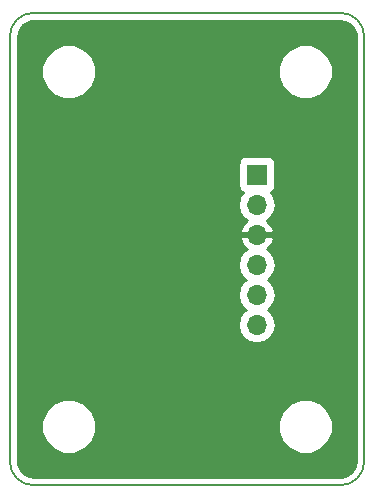
<source format=gbr>
G04 #@! TF.GenerationSoftware,KiCad,Pcbnew,5.0.1-33cea8e~68~ubuntu18.10.1*
G04 #@! TF.CreationDate,2018-11-26T23:37:03+02:00*
G04 #@! TF.ProjectId,PIC-ICSP-504050,5049432D494353502D3530343035302E,v1.0*
G04 #@! TF.SameCoordinates,Original*
G04 #@! TF.FileFunction,Copper,L2,Bot,Signal*
G04 #@! TF.FilePolarity,Positive*
%FSLAX46Y46*%
G04 Gerber Fmt 4.6, Leading zero omitted, Abs format (unit mm)*
G04 Created by KiCad (PCBNEW 5.0.1-33cea8e~68~ubuntu18.10.1) date ma 26. marraskuuta 2018 23.37.03*
%MOMM*%
%LPD*%
G01*
G04 APERTURE LIST*
G04 #@! TA.AperFunction,NonConductor*
%ADD10C,0.150000*%
G04 #@! TD*
G04 #@! TA.AperFunction,ComponentPad*
%ADD11R,1.700000X1.700000*%
G04 #@! TD*
G04 #@! TA.AperFunction,ComponentPad*
%ADD12O,1.700000X1.700000*%
G04 #@! TD*
G04 #@! TA.AperFunction,Conductor*
%ADD13C,0.254000*%
G04 #@! TD*
G04 APERTURE END LIST*
D10*
X78000000Y-50000000D02*
G75*
G02X80000000Y-52000000I0J-2000000D01*
G01*
X80000000Y-88000000D02*
G75*
G02X78000000Y-90000000I-2000000J0D01*
G01*
X52000000Y-90000000D02*
G75*
G02X50000000Y-88000000I0J2000000D01*
G01*
X50000000Y-52000000D02*
G75*
G02X52000000Y-50000000I2000000J0D01*
G01*
X50000000Y-88000000D02*
X50000000Y-52000000D01*
X52000000Y-90000000D02*
X78000000Y-90000000D01*
X80000000Y-52000000D02*
X80000000Y-88000000D01*
X52000000Y-50000000D02*
X78000000Y-50000000D01*
D11*
G04 #@! TO.P,J2,1*
G04 #@! TO.N,/VPP*
X70900000Y-63700000D03*
D12*
G04 #@! TO.P,J2,2*
G04 #@! TO.N,/VDD*
X70900000Y-66240000D03*
G04 #@! TO.P,J2,3*
G04 #@! TO.N,GND*
X70900000Y-68780000D03*
G04 #@! TO.P,J2,4*
G04 #@! TO.N,/PGD*
X70900000Y-71320000D03*
G04 #@! TO.P,J2,5*
G04 #@! TO.N,/PGC*
X70900000Y-73860000D03*
G04 #@! TO.P,J2,6*
G04 #@! TO.N,Net-(J2-Pad6)*
X70900000Y-76400000D03*
G04 #@! TD*
D13*
G04 #@! TO.N,GND*
G36*
X78360027Y-50768803D02*
X78691110Y-50919338D01*
X78966639Y-51156749D01*
X79164456Y-51461944D01*
X79275700Y-51833917D01*
X79290000Y-52026348D01*
X79290001Y-87949413D01*
X79231197Y-88360027D01*
X79080661Y-88691112D01*
X78843251Y-88966639D01*
X78538056Y-89164456D01*
X78166083Y-89275700D01*
X77973652Y-89290000D01*
X52050580Y-89290000D01*
X51639973Y-89231197D01*
X51308888Y-89080661D01*
X51033361Y-88843251D01*
X50835544Y-88538056D01*
X50724300Y-88166083D01*
X50710000Y-87973652D01*
X50710000Y-84537131D01*
X52673000Y-84537131D01*
X52673000Y-85462869D01*
X53027264Y-86318140D01*
X53681860Y-86972736D01*
X54537131Y-87327000D01*
X55462869Y-87327000D01*
X56318140Y-86972736D01*
X56972736Y-86318140D01*
X57327000Y-85462869D01*
X57327000Y-84537131D01*
X72673000Y-84537131D01*
X72673000Y-85462869D01*
X73027264Y-86318140D01*
X73681860Y-86972736D01*
X74537131Y-87327000D01*
X75462869Y-87327000D01*
X76318140Y-86972736D01*
X76972736Y-86318140D01*
X77327000Y-85462869D01*
X77327000Y-84537131D01*
X76972736Y-83681860D01*
X76318140Y-83027264D01*
X75462869Y-82673000D01*
X74537131Y-82673000D01*
X73681860Y-83027264D01*
X73027264Y-83681860D01*
X72673000Y-84537131D01*
X57327000Y-84537131D01*
X56972736Y-83681860D01*
X56318140Y-83027264D01*
X55462869Y-82673000D01*
X54537131Y-82673000D01*
X53681860Y-83027264D01*
X53027264Y-83681860D01*
X52673000Y-84537131D01*
X50710000Y-84537131D01*
X50710000Y-71320000D01*
X69292105Y-71320000D01*
X69414499Y-71935315D01*
X69763047Y-72456953D01*
X69962166Y-72590000D01*
X69763047Y-72723047D01*
X69414499Y-73244685D01*
X69292105Y-73860000D01*
X69414499Y-74475315D01*
X69763047Y-74996953D01*
X69962166Y-75130000D01*
X69763047Y-75263047D01*
X69414499Y-75784685D01*
X69292105Y-76400000D01*
X69414499Y-77015315D01*
X69763047Y-77536953D01*
X70284685Y-77885501D01*
X70744681Y-77977000D01*
X71055319Y-77977000D01*
X71515315Y-77885501D01*
X72036953Y-77536953D01*
X72385501Y-77015315D01*
X72507895Y-76400000D01*
X72385501Y-75784685D01*
X72036953Y-75263047D01*
X71837834Y-75130000D01*
X72036953Y-74996953D01*
X72385501Y-74475315D01*
X72507895Y-73860000D01*
X72385501Y-73244685D01*
X72036953Y-72723047D01*
X71837834Y-72590000D01*
X72036953Y-72456953D01*
X72385501Y-71935315D01*
X72507895Y-71320000D01*
X72385501Y-70704685D01*
X72036953Y-70183047D01*
X71748768Y-69990488D01*
X71781358Y-69975183D01*
X72171645Y-69546924D01*
X72341476Y-69136890D01*
X72220155Y-68907000D01*
X71027000Y-68907000D01*
X71027000Y-68927000D01*
X70773000Y-68927000D01*
X70773000Y-68907000D01*
X69579845Y-68907000D01*
X69458524Y-69136890D01*
X69628355Y-69546924D01*
X70018642Y-69975183D01*
X70051232Y-69990488D01*
X69763047Y-70183047D01*
X69414499Y-70704685D01*
X69292105Y-71320000D01*
X50710000Y-71320000D01*
X50710000Y-66240000D01*
X69292105Y-66240000D01*
X69414499Y-66855315D01*
X69763047Y-67376953D01*
X70051232Y-67569512D01*
X70018642Y-67584817D01*
X69628355Y-68013076D01*
X69458524Y-68423110D01*
X69579845Y-68653000D01*
X70773000Y-68653000D01*
X70773000Y-68633000D01*
X71027000Y-68633000D01*
X71027000Y-68653000D01*
X72220155Y-68653000D01*
X72341476Y-68423110D01*
X72171645Y-68013076D01*
X71781358Y-67584817D01*
X71748768Y-67569512D01*
X72036953Y-67376953D01*
X72385501Y-66855315D01*
X72507895Y-66240000D01*
X72385501Y-65624685D01*
X72096807Y-65192625D01*
X72274137Y-65074137D01*
X72434818Y-64833661D01*
X72491242Y-64550000D01*
X72491242Y-62850000D01*
X72434818Y-62566339D01*
X72274137Y-62325863D01*
X72033661Y-62165182D01*
X71750000Y-62108758D01*
X70050000Y-62108758D01*
X69766339Y-62165182D01*
X69525863Y-62325863D01*
X69365182Y-62566339D01*
X69308758Y-62850000D01*
X69308758Y-64550000D01*
X69365182Y-64833661D01*
X69525863Y-65074137D01*
X69703193Y-65192625D01*
X69414499Y-65624685D01*
X69292105Y-66240000D01*
X50710000Y-66240000D01*
X50710000Y-54537131D01*
X52673000Y-54537131D01*
X52673000Y-55462869D01*
X53027264Y-56318140D01*
X53681860Y-56972736D01*
X54537131Y-57327000D01*
X55462869Y-57327000D01*
X56318140Y-56972736D01*
X56972736Y-56318140D01*
X57327000Y-55462869D01*
X57327000Y-54537131D01*
X72673000Y-54537131D01*
X72673000Y-55462869D01*
X73027264Y-56318140D01*
X73681860Y-56972736D01*
X74537131Y-57327000D01*
X75462869Y-57327000D01*
X76318140Y-56972736D01*
X76972736Y-56318140D01*
X77327000Y-55462869D01*
X77327000Y-54537131D01*
X76972736Y-53681860D01*
X76318140Y-53027264D01*
X75462869Y-52673000D01*
X74537131Y-52673000D01*
X73681860Y-53027264D01*
X73027264Y-53681860D01*
X72673000Y-54537131D01*
X57327000Y-54537131D01*
X56972736Y-53681860D01*
X56318140Y-53027264D01*
X55462869Y-52673000D01*
X54537131Y-52673000D01*
X53681860Y-53027264D01*
X53027264Y-53681860D01*
X52673000Y-54537131D01*
X50710000Y-54537131D01*
X50710000Y-52050580D01*
X50768803Y-51639973D01*
X50919338Y-51308890D01*
X51156749Y-51033361D01*
X51461944Y-50835544D01*
X51833917Y-50724300D01*
X52026348Y-50710000D01*
X77949420Y-50710000D01*
X78360027Y-50768803D01*
X78360027Y-50768803D01*
G37*
X78360027Y-50768803D02*
X78691110Y-50919338D01*
X78966639Y-51156749D01*
X79164456Y-51461944D01*
X79275700Y-51833917D01*
X79290000Y-52026348D01*
X79290001Y-87949413D01*
X79231197Y-88360027D01*
X79080661Y-88691112D01*
X78843251Y-88966639D01*
X78538056Y-89164456D01*
X78166083Y-89275700D01*
X77973652Y-89290000D01*
X52050580Y-89290000D01*
X51639973Y-89231197D01*
X51308888Y-89080661D01*
X51033361Y-88843251D01*
X50835544Y-88538056D01*
X50724300Y-88166083D01*
X50710000Y-87973652D01*
X50710000Y-84537131D01*
X52673000Y-84537131D01*
X52673000Y-85462869D01*
X53027264Y-86318140D01*
X53681860Y-86972736D01*
X54537131Y-87327000D01*
X55462869Y-87327000D01*
X56318140Y-86972736D01*
X56972736Y-86318140D01*
X57327000Y-85462869D01*
X57327000Y-84537131D01*
X72673000Y-84537131D01*
X72673000Y-85462869D01*
X73027264Y-86318140D01*
X73681860Y-86972736D01*
X74537131Y-87327000D01*
X75462869Y-87327000D01*
X76318140Y-86972736D01*
X76972736Y-86318140D01*
X77327000Y-85462869D01*
X77327000Y-84537131D01*
X76972736Y-83681860D01*
X76318140Y-83027264D01*
X75462869Y-82673000D01*
X74537131Y-82673000D01*
X73681860Y-83027264D01*
X73027264Y-83681860D01*
X72673000Y-84537131D01*
X57327000Y-84537131D01*
X56972736Y-83681860D01*
X56318140Y-83027264D01*
X55462869Y-82673000D01*
X54537131Y-82673000D01*
X53681860Y-83027264D01*
X53027264Y-83681860D01*
X52673000Y-84537131D01*
X50710000Y-84537131D01*
X50710000Y-71320000D01*
X69292105Y-71320000D01*
X69414499Y-71935315D01*
X69763047Y-72456953D01*
X69962166Y-72590000D01*
X69763047Y-72723047D01*
X69414499Y-73244685D01*
X69292105Y-73860000D01*
X69414499Y-74475315D01*
X69763047Y-74996953D01*
X69962166Y-75130000D01*
X69763047Y-75263047D01*
X69414499Y-75784685D01*
X69292105Y-76400000D01*
X69414499Y-77015315D01*
X69763047Y-77536953D01*
X70284685Y-77885501D01*
X70744681Y-77977000D01*
X71055319Y-77977000D01*
X71515315Y-77885501D01*
X72036953Y-77536953D01*
X72385501Y-77015315D01*
X72507895Y-76400000D01*
X72385501Y-75784685D01*
X72036953Y-75263047D01*
X71837834Y-75130000D01*
X72036953Y-74996953D01*
X72385501Y-74475315D01*
X72507895Y-73860000D01*
X72385501Y-73244685D01*
X72036953Y-72723047D01*
X71837834Y-72590000D01*
X72036953Y-72456953D01*
X72385501Y-71935315D01*
X72507895Y-71320000D01*
X72385501Y-70704685D01*
X72036953Y-70183047D01*
X71748768Y-69990488D01*
X71781358Y-69975183D01*
X72171645Y-69546924D01*
X72341476Y-69136890D01*
X72220155Y-68907000D01*
X71027000Y-68907000D01*
X71027000Y-68927000D01*
X70773000Y-68927000D01*
X70773000Y-68907000D01*
X69579845Y-68907000D01*
X69458524Y-69136890D01*
X69628355Y-69546924D01*
X70018642Y-69975183D01*
X70051232Y-69990488D01*
X69763047Y-70183047D01*
X69414499Y-70704685D01*
X69292105Y-71320000D01*
X50710000Y-71320000D01*
X50710000Y-66240000D01*
X69292105Y-66240000D01*
X69414499Y-66855315D01*
X69763047Y-67376953D01*
X70051232Y-67569512D01*
X70018642Y-67584817D01*
X69628355Y-68013076D01*
X69458524Y-68423110D01*
X69579845Y-68653000D01*
X70773000Y-68653000D01*
X70773000Y-68633000D01*
X71027000Y-68633000D01*
X71027000Y-68653000D01*
X72220155Y-68653000D01*
X72341476Y-68423110D01*
X72171645Y-68013076D01*
X71781358Y-67584817D01*
X71748768Y-67569512D01*
X72036953Y-67376953D01*
X72385501Y-66855315D01*
X72507895Y-66240000D01*
X72385501Y-65624685D01*
X72096807Y-65192625D01*
X72274137Y-65074137D01*
X72434818Y-64833661D01*
X72491242Y-64550000D01*
X72491242Y-62850000D01*
X72434818Y-62566339D01*
X72274137Y-62325863D01*
X72033661Y-62165182D01*
X71750000Y-62108758D01*
X70050000Y-62108758D01*
X69766339Y-62165182D01*
X69525863Y-62325863D01*
X69365182Y-62566339D01*
X69308758Y-62850000D01*
X69308758Y-64550000D01*
X69365182Y-64833661D01*
X69525863Y-65074137D01*
X69703193Y-65192625D01*
X69414499Y-65624685D01*
X69292105Y-66240000D01*
X50710000Y-66240000D01*
X50710000Y-54537131D01*
X52673000Y-54537131D01*
X52673000Y-55462869D01*
X53027264Y-56318140D01*
X53681860Y-56972736D01*
X54537131Y-57327000D01*
X55462869Y-57327000D01*
X56318140Y-56972736D01*
X56972736Y-56318140D01*
X57327000Y-55462869D01*
X57327000Y-54537131D01*
X72673000Y-54537131D01*
X72673000Y-55462869D01*
X73027264Y-56318140D01*
X73681860Y-56972736D01*
X74537131Y-57327000D01*
X75462869Y-57327000D01*
X76318140Y-56972736D01*
X76972736Y-56318140D01*
X77327000Y-55462869D01*
X77327000Y-54537131D01*
X76972736Y-53681860D01*
X76318140Y-53027264D01*
X75462869Y-52673000D01*
X74537131Y-52673000D01*
X73681860Y-53027264D01*
X73027264Y-53681860D01*
X72673000Y-54537131D01*
X57327000Y-54537131D01*
X56972736Y-53681860D01*
X56318140Y-53027264D01*
X55462869Y-52673000D01*
X54537131Y-52673000D01*
X53681860Y-53027264D01*
X53027264Y-53681860D01*
X52673000Y-54537131D01*
X50710000Y-54537131D01*
X50710000Y-52050580D01*
X50768803Y-51639973D01*
X50919338Y-51308890D01*
X51156749Y-51033361D01*
X51461944Y-50835544D01*
X51833917Y-50724300D01*
X52026348Y-50710000D01*
X77949420Y-50710000D01*
X78360027Y-50768803D01*
G04 #@! TD*
M02*

</source>
